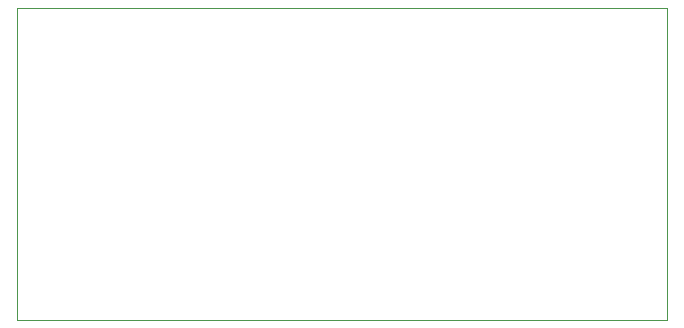
<source format=gbr>
G04 (created by PCBNEW (2013-07-07 BZR 4022)-stable) date 2/28/2015 2:35:59 PM*
%MOIN*%
G04 Gerber Fmt 3.4, Leading zero omitted, Abs format*
%FSLAX34Y34*%
G01*
G70*
G90*
G04 APERTURE LIST*
%ADD10C,0.00590551*%
%ADD11C,0.00393701*%
G04 APERTURE END LIST*
G54D10*
G54D11*
X43551Y-36612D02*
X43557Y-36612D01*
X43473Y-36612D02*
X43551Y-36612D01*
X43473Y-46996D02*
X43473Y-36612D01*
X43530Y-46996D02*
X43473Y-46996D01*
X65156Y-46996D02*
X43530Y-46996D01*
X65156Y-36612D02*
X65156Y-46996D01*
X43508Y-36612D02*
X65156Y-36612D01*
M02*

</source>
